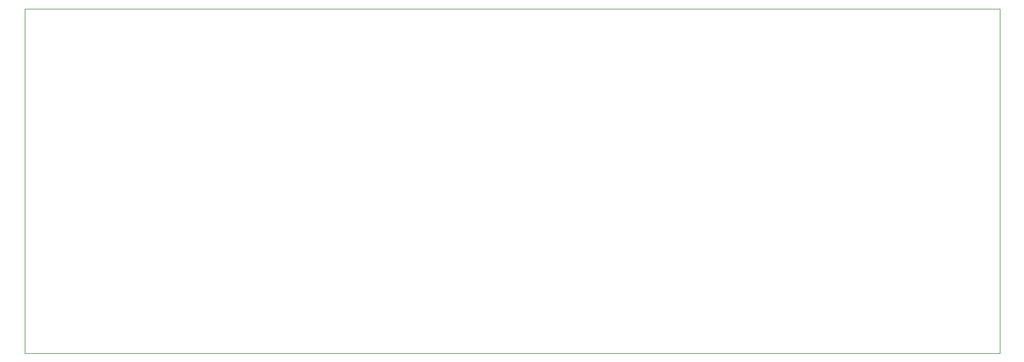
<source format=gbr>
G04 (created by PCBNEW (2013-07-07 BZR 4022)-stable) date 09/11/2014 09:40:27*
%MOIN*%
G04 Gerber Fmt 3.4, Leading zero omitted, Abs format*
%FSLAX34Y34*%
G01*
G70*
G90*
G04 APERTURE LIST*
%ADD10C,0.00590551*%
%ADD11C,0.00393701*%
G04 APERTURE END LIST*
G54D10*
G54D11*
X64960Y-78444D02*
X64960Y-58956D01*
X120078Y-78444D02*
X64960Y-78444D01*
X120078Y-58956D02*
X120078Y-78444D01*
X64960Y-58956D02*
X120078Y-58956D01*
M02*

</source>
